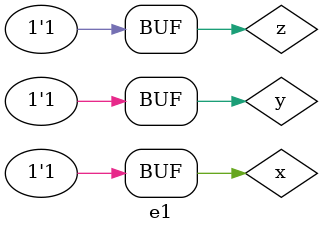
<source format=v>
module fxyz (output s,
input x, y, z);
assign s = (x|~y)&(~y|~z); //( x + y' ) . ( y' + z')
endmodule // fxyz

module e1;
reg x, y, z;
wire s;
// instancias
fxyz FXY (s, x, y, z);
// valores iniciais
initial begin: start
x=1'bx; y=1'bx; z=1'bx;// indefinidos
end
// parte principal
initial begin: main
// identificacao
$display("Test boolean expression");
$display("\n s = ( x + y' ) . ( y' + z')\n");
// monitoramento
$display(" x  y  z =  resposta ");
$monitor("%2b %2b %2b =  %2b", x, y, z, s);
// sinalizacao
#1 x=0; y=0; z=0;
#1 x=0; y=0; z=1;
#1 x=0; y=1; z=0;
#1 x=0; y=1; z=1;
#1 x=1; y=0; z=0;
#1 x=1; y=0; z=1;
#1 x=1; y=1; z=0;
#1 x=1; y=1; z=1;
end
endmodule // test_module
</source>
